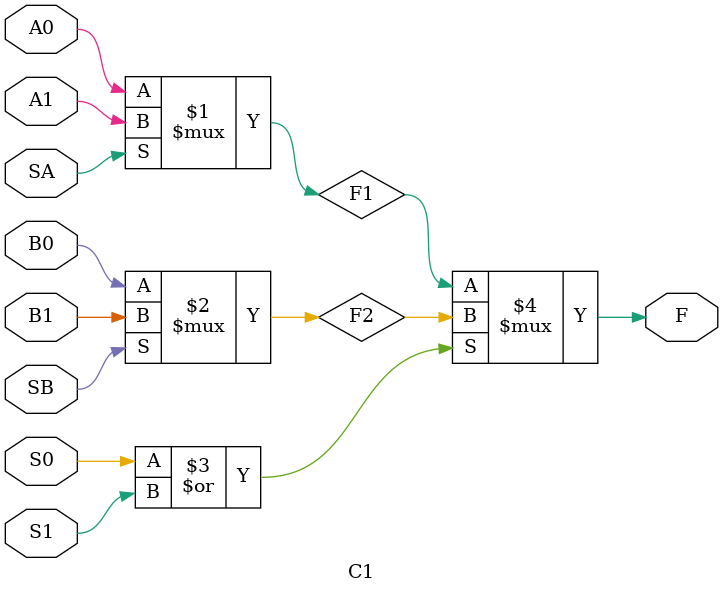
<source format=v>
`timescale 1ns/1ns

module C1(input A1 , A0 , B1 , B0 , SA , SB , S1 , S0 , output F);
  wire F1 , F2;
  assign F1 = SA ? A1 : A0;
  assign F2 = SB ? B1 : B0;
  assign F = (S0 | S1) ? F2 : F1;
  
endmodule

</source>
